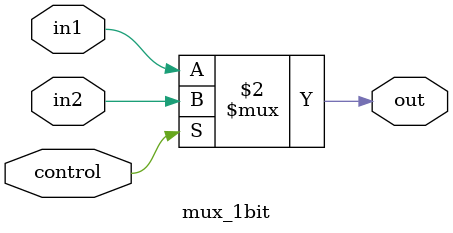
<source format=v>
`timescale 1ns / 1ps


module mux_1bit(
    input control,
    input in1,
    input in2,
    output out
);
    assign out = (control == 1'b0) ? in1 : in2;
endmodule

</source>
